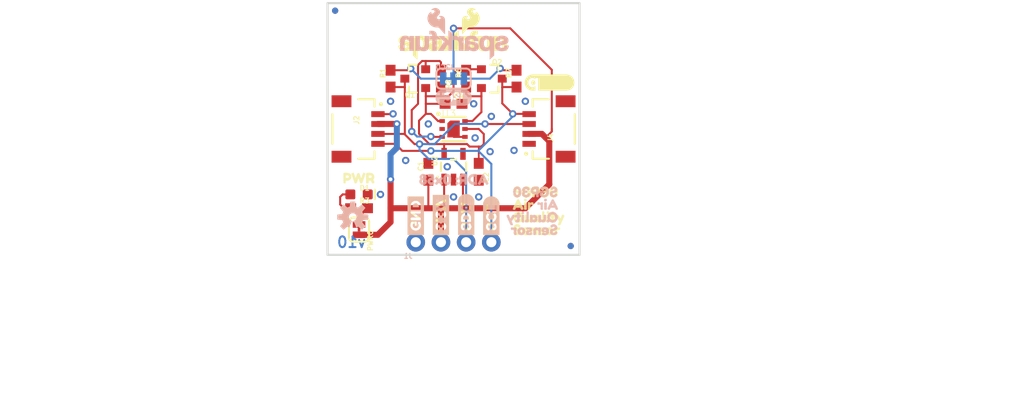
<source format=kicad_pcb>
(kicad_pcb (version 20211014) (generator pcbnew)
  (layers (0 "F.Cu" signal) (31 "B.Cu" signal) (34 "B.Paste" user) (35 "F.Paste" user) (36 "B.SilkS" user "B.Silkscreen") (37 "F.SilkS" user "F.Silkscreen") (38 "B.Mask" user) (39 "F.Mask" user) (44 "Edge.Cuts" user))
  (net 0 "")
  (net 1 "3.3V")
  (net 2 "GND")
  (net 3 "SCL")
  (net 4 "SDA")
  (net 5 "N$3")
  (net 6 "1.8V")
  (net 7 "LSDA")
  (net 8 "LSCL")
  (net 9 "N$1")
  (net 10 "N$2")
  (net 11 "N$4")
  (footprint "boardEagle:0603" (layer "F.Cu") (at 148.5011 102.4636)
    (fp_text reference "C4" (at 0 -0.762) (layer "F.SilkS") (effects (font (size 0.512064 0.512064) (thickness 0.097536)) (justify left)))
    (fp_text value "0.1uF")
    (pad "1" smd rect (at -0.85 0) (size 1.1 1) (layers "F.Cu" "F.Paste" "F.Mask") (net 6 "1.8V"))
    (pad "2" smd rect (at 0.85 0) (size 1.1 1) (layers "F.Cu" "F.Paste" "F.Mask") (net 2 "GND"))
  )
  (footprint "boardEagle:SOT23-3" (layer "F.Cu") (at 152.3111 99.9236 -90)
    (fp_text reference "Q2" (at -1.651 0) (layer "F.SilkS") (effects (font (size 0.512064 0.512064) (thickness 0.097536)) (justify left)))
    (fp_text value "220mA/50V/3.5Ω")
    (pad "1" smd rect (at -0.95 1 270) (size 0.8 0.9) (layers "F.Cu" "F.Paste" "F.Mask") (net 6 "1.8V"))
    (pad "2" smd rect (at 0.95 1 270) (size 0.8 0.9) (layers "F.Cu" "F.Paste" "F.Mask") (net 8 "LSCL"))
    (pad "3" smd rect (at 0 -1.1 270) (size 0.8 0.9) (layers "F.Cu" "F.Paste" "F.Mask") (net 3 "SCL"))
  )
  (footprint "boardEagle:0603" (layer "F.Cu") (at 151.0411 109.3216 -90)
    (fp_text reference "C2" (at 0 -0.762 90) (layer "F.SilkS") (effects (font (size 0.512064 0.512064) (thickness 0.097536)) (justify right)))
    (fp_text value "1.0uF")
    (pad "1" smd rect (at -0.85 0 270) (size 1.1 1) (layers "F.Cu" "F.Paste" "F.Mask") (net 6 "1.8V"))
    (pad "2" smd rect (at 0.85 0 270) (size 1.1 1) (layers "F.Cu" "F.Paste" "F.Mask") (net 2 "GND"))
  )
  (footprint "boardEagle:3#3V2" (layer "F.Cu") (at 147.2311 116.1796 90)
    (fp_text reference "U$21" hide)
    (fp_text value "" hide)
  )
  (footprint "boardEagle:MICRO-FIDUCIAL" (layer "F.Cu") (at 160.3121 116.8146)
    (fp_text reference "JP2" hide)
    (fp_text value "FIDUCIALUFIDUCIAL" hide)
    (pad "1" smd roundrect (at 0 0) (size 0.635 0.635) (layers "F.Cu" "F.Mask") (roundrect_rratio 0.5))
  )
  (footprint "boardEagle:SENSOR3" (layer "F.Cu") (at 153.5811 115.1636)
    (fp_text reference "U$7" hide)
    (fp_text value "" hide)
  )
  (footprint "boardEagle:0603" (layer "F.Cu") (at 142.1511 99.9236 90)
    (fp_text reference "R1" (at 0 -0.762 90) (layer "F.SilkS") (effects (font (size 0.512064 0.512064) (thickness 0.097536)) (justify left)))
    (fp_text value "10k")
    (pad "1" smd rect (at -0.85 0 90) (size 1.1 1) (layers "F.Cu" "F.Paste" "F.Mask") (net 4 "SDA"))
    (pad "2" smd rect (at 0.85 0 90) (size 1.1 1) (layers "F.Cu" "F.Paste" "F.Mask") (net 10 "N$2"))
  )
  (footprint "boardEagle:JST04_1MM_RA" (layer "F.Cu") (at 140.8811 105.0036 -90)
    (fp_text reference "J2" (at -1.397 2.159 90) (layer "F.SilkS") (effects (font (size 0.512064 0.512064) (thickness 0.097536)) (justify right)))
    (fp_text value "QWIIC_RIGHT_ANGLE")
    (pad "1" smd rect (at -1.5 0 270) (size 0.6 1.35) (layers "F.Cu" "F.Paste" "F.Mask") (net 2 "GND"))
    (pad "2" smd rect (at -0.5 0 270) (size 0.6 1.35) (layers "F.Cu" "F.Paste" "F.Mask") (net 1 "3.3V"))
    (pad "3" smd rect (at 0.5 0 270) (size 0.6 1.35) (layers "F.Cu" "F.Paste" "F.Mask") (net 4 "SDA"))
    (pad "4" smd rect (at 1.5 0 270) (size 0.6 1.35) (layers "F.Cu" "F.Paste" "F.Mask") (net 3 "SCL"))
    (pad "NC1" smd rect (at 2.8 3.675 270) (size 1.2 2) (layers "F.Cu" "F.Paste" "F.Mask"))
    (pad "NC2" smd rect (at -2.8 3.675 270) (size 1.2 2) (layers "F.Cu" "F.Paste" "F.Mask"))
  )
  (footprint "boardEagle:MICRO-FIDUCIAL" (layer "F.Cu") (at 136.5631 93.0656)
    (fp_text reference "JP6" hide)
    (fp_text value "FIDUCIALUFIDUCIAL" hide)
    (pad "1" smd roundrect (at 0 0) (size 0.635 0.635) (layers "F.Cu" "F.Mask") (roundrect_rratio 0.5))
  )
  (footprint "boardEagle:STAND-OFF" (layer "F.Cu") (at 158.6611 94.8436)
    (fp_text reference "JP4" hide)
    (fp_text value "STAND-OFF" hide)
    (pad "" np_thru_hole circle (at 0 0) (size 3.302 3.302) (drill 3.302) (layers *.Cu *.Mask))
  )
  (footprint "boardEagle:0603" (layer "F.Cu") (at 149.7711 99.9236 90)
    (fp_text reference "R6" (at 0 -0.762 90) (layer "F.SilkS") (effects (font (size 0.512064 0.512064) (thickness 0.097536)) (justify left)))
    (fp_text value "10k")
    (pad "1" smd rect (at -0.85 0 90) (size 1.1 1) (layers "F.Cu" "F.Paste" "F.Mask") (net 8 "LSCL"))
    (pad "2" smd rect (at 0.85 0 90) (size 1.1 1) (layers "F.Cu" "F.Paste" "F.Mask") (net 6 "1.8V"))
  )
  (footprint "boardEagle:QUALITY2" (layer "F.Cu") (at 153.5811 113.8936)
    (fp_text reference "U$2" hide)
    (fp_text value "" hide)
  )
  (footprint "boardEagle:CREATIVE_COMMONS" (layer "F.Cu") (at 123.1011 130.4036)
    (fp_text reference "FRAME1" hide)
    (fp_text value "FRAME-LETTER" hide)
  )
  (footprint "boardEagle:0603" (layer "F.Cu") (at 147.2311 99.9236 -90)
    (fp_text reference "R2" (at 0 -0.762 90) (layer "F.SilkS") (effects (font (size 0.512064 0.512064) (thickness 0.097536)) (justify right)))
    (fp_text value "10k")
    (pad "1" smd rect (at -0.85 0 270) (size 1.1 1) (layers "F.Cu" "F.Paste" "F.Mask") (net 7 "LSDA"))
    (pad "2" smd rect (at 0.85 0 270) (size 1.1 1) (layers "F.Cu" "F.Paste" "F.Mask") (net 6 "1.8V"))
  )
  (footprint "boardEagle:SCL9" (layer "F.Cu") (at 152.3111 116.1796 90)
    (fp_text reference "U$26" hide)
    (fp_text value "" hide)
  )
  (footprint "boardEagle:0603" (layer "F.Cu") (at 145.9611 109.3216 90)
    (fp_text reference "C1" (at 0 -0.762 90) (layer "F.SilkS") (effects (font (size 0.512064 0.512064) (thickness 0.097536)) (justify left)))
    (fp_text value "1.0uF")
    (pad "1" smd rect (at -0.85 0 90) (size 1.1 1) (layers "F.Cu" "F.Paste" "F.Mask") (net 1 "3.3V"))
    (pad "2" smd rect (at 0.85 0 90) (size 1.1 1) (layers "F.Cu" "F.Paste" "F.Mask") (net 2 "GND"))
  )
  (footprint "boardEagle:REVISION" (layer "F.Cu") (at 134.5311 132.9436)
    (fp_text reference "LOGO2" hide)
    (fp_text value "REVISION" hide)
  )
  (footprint "boardEagle:0603" (layer "F.Cu") (at 138.9761 113.0046)
    (fp_text reference "R3" (at 0 -0.762) (layer "F.SilkS") (effects (font (size 0.512064 0.512064) (thickness 0.097536)) (justify left)))
    (fp_text value "1k")
    (pad "1" smd rect (at -0.85 0) (size 1.1 1) (layers "F.Cu" "F.Paste" "F.Mask") (net 5 "N$3"))
    (pad "2" smd rect (at 0.85 0) (size 1.1 1) (layers "F.Cu" "F.Paste" "F.Mask") (net 9 "N$1"))
  )
  (footprint "boardEagle:SGP300" (layer "F.Cu") (at 153.5811 111.3536)
    (fp_text reference "U$8" hide)
    (fp_text value "" hide)
  )
  (footprint "boardEagle:STAND-OFF" (layer "F.Cu") (at 138.3411 94.8436)
    (fp_text reference "JP3" hide)
    (fp_text value "STAND-OFF" hide)
    (pad "" np_thru_hole circle (at 0 0) (size 3.302 3.302) (drill 3.302) (layers *.Cu *.Mask))
  )
  (footprint "boardEagle:GND1" (layer "F.Cu") (at 144.6911 116.1796 90)
    (fp_text reference "U$22" hide)
    (fp_text value "" hide)
  )
  (footprint "boardEagle:SMT-JUMPER_2_NC_TRACE_SILK" (layer "F.Cu") (at 138.9761 115.1636 -90)
    (fp_text reference "PWR0" (at 0 -1.143 90) (layer "F.SilkS") (effects (font (size 0.512064 0.512064) (thickness 0.097536)) (justify right)))
    (fp_text value "JUMPER-SMT_2_NC_TRACE_SILK")
    (fp_poly (pts (xy 0.1905 0.13335) (xy -0.70485 0.13335) (xy -0.70485 -0.13335) (xy 0.1905 -0.13335)) (layer "F.Cu") (width 0) (fill solid))
    (pad "1" smd rect (at -0.5207 0 270) (size 0.6604 1.27) (layers "F.Cu" "F.Mask") (net 9 "N$1"))
    (pad "2" smd rect (at 0.5207 0 270) (size 0.6604 1.27) (layers "F.Cu" "F.Mask") (net 1 "3.3V"))
  )
  (footprint "boardEagle:JST04_1MM_RA" (layer "F.Cu") (at 156.1211 105.0036 90)
    (fp_text reference "J4" (at -1.397 2.159 90) (layer "F.SilkS") (effects (font (size 0.512064 0.512064) (thickness 0.097536)) (justify left)))
    (fp_text value "QWIIC_RIGHT_ANGLE")
    (pad "1" smd rect (at -1.5 0 90) (size 0.6 1.35) (layers "F.Cu" "F.Paste" "F.Mask") (net 2 "GND"))
    (pad "2" smd rect (at -0.5 0 90) (size 0.6 1.35) (layers "F.Cu" "F.Paste" "F.Mask") (net 1 "3.3V"))
    (pad "3" smd rect (at 0.5 0 90) (size 0.6 1.35) (layers "F.Cu" "F.Paste" "F.Mask") (net 4 "SDA"))
    (pad "4" smd rect (at 1.5 0 90) (size 0.6 1.35) (layers "F.Cu" "F.Paste" "F.Mask") (net 3 "SCL"))
    (pad "NC1" smd rect (at 2.8 3.675 90) (size 1.2 2) (layers "F.Cu" "F.Paste" "F.Mask"))
    (pad "NC2" smd rect (at -2.8 3.675 90) (size 1.2 2) (layers "F.Cu" "F.Paste" "F.Mask"))
  )
  (footprint "boardEagle:SOT23-5" (layer "F.Cu") (at 148.5011 108.8136)
    (fp_text reference "U2" (at -1.905 0 90) (layer "F.SilkS") (effects (font (size 0.512064 0.512064) (thickness 0.097536)) (justify left)))
    (fp_text value "AP2127K-1.8V")
    (pad "1" smd rect (at -0.95 1.3001) (size 0.55 1.2) (layers "F.Cu" "F.Paste" "F.Mask") (net 1 "3.3V"))
    (pad "2" smd rect (at 0 1.3001) (size 0.55 1.2) (layers "F.Cu" "F.Paste" "F.Mask") (net 2 "GND"))
    (pad "3" smd rect (at 0.95 1.3001) (size 0.55 1.2) (layers "F.Cu" "F.Paste" "F.Mask") (net 1 "3.3V"))
    (pad "4" smd rect (at 0.95 -1.3001) (size 0.55 1.2) (layers "F.Cu" "F.Paste" "F.Mask"))
    (pad "5" smd rect (at -0.95 -1.3001) (size 0.55 1.2) (layers "F.Cu" "F.Paste" "F.Mask") (net 6 "1.8V"))
  )
  (footprint "boardEagle:0603" (layer "F.Cu") (at 154.8511 99.9236 90)
    (fp_text reference "R7" (at 0 -0.762 90) (layer "F.SilkS") (effects (font (size 0.512064 0.512064) (thickness 0.097536)) (justify left)))
    (fp_text value "10k")
    (pad "1" smd rect (at -0.85 0 90) (size 1.1 1) (layers "F.Cu" "F.Paste" "F.Mask") (net 3 "SCL"))
    (pad "2" smd rect (at 0.85 0 90) (size 1.1 1) (layers "F.Cu" "F.Paste" "F.Mask") (net 11 "N$4"))
  )
  (footprint "boardEagle:SDA8" (layer "F.Cu") (at 149.7711 116.1796 90)
    (fp_text reference "U$27" hide)
    (fp_text value "" hide)
  )
  (footprint "boardEagle:SFE_LOGO_NAME_FLAME_.1" (layer "F.Cu") (at 148.5011 96.4946)
    (fp_text reference "LOGO3" hide)
    (fp_text value "SFE_LOGO_NAME_FLAME.1_INCH" hide)
  )
  (footprint "boardEagle:SOT23-3" (layer "F.Cu") (at 144.6911 99.9236 90)
    (fp_text reference "Q1" (at -1.651 0) (layer "F.SilkS") (effects (font (size 0.512064 0.512064) (thickness 0.097536)) (justify right)))
    (fp_text value "220mA/50V/3.5Ω")
    (pad "1" smd rect (at -0.95 1 90) (size 0.8 0.9) (layers "F.Cu" "F.Paste" "F.Mask") (net 6 "1.8V"))
    (pad "2" smd rect (at 0.95 1 90) (size 0.8 0.9) (layers "F.Cu" "F.Paste" "F.Mask") (net 7 "LSDA"))
    (pad "3" smd rect (at 0 -1.1 90) (size 0.8 0.9) (layers "F.Cu" "F.Paste" "F.Mask") (net 4 "SDA"))
  )
  (footprint "boardEagle:QWIIC_5MM" (layer "F.Cu") (at 158.1531 100.3046)
    (fp_text reference "U$16" hide)
    (fp_text value "" hide)
  )
  (footprint "boardEagle:LED-0603" (layer "F.Cu") (at 138.9761 111.6076)
    (fp_text reference "D1" (at 0 -0.635) (layer "F.SilkS") (effects (font (size 0.512064 0.512064) (thickness 0.097536)) (justify left)))
    (fp_text value "RED")
    (pad "A" smd roundrect (at -0.877 0 270) (size 1 1) (layers "F.Cu" "F.Paste" "F.Mask") (roundrect_rratio 0.15) (net 5 "N$3"))
    (pad "C" smd roundrect (at 0.877 0 270) (size 1 1) (layers "F.Cu" "F.Paste" "F.Mask") (roundrect_rratio 0.15) (net 2 "GND"))
  )
  (footprint "boardEagle:PWR_TO" (layer "F.Cu") (at 136.4361 109.9566)
    (fp_text reference "U$17" hide)
    (fp_text value "" hide)
  )
  (footprint "boardEagle:SGP30" (layer "F.Cu") (at 148.5011 105.0036)
    (fp_text reference "U3" (at -1.27 -1.524) (layer "F.SilkS") (effects (font (size 0.752978 0.752978) (thickness 0.059822)) (justify left)))
    (fp_text value "SGP30")
    (fp_poly (pts (xy 0.62505 0.85005) (xy -0.62505 0.85005) (xy -0.62505 -0.575021) (xy -0.350021 -0.85005) (xy 0.62505 -0.85005)) (layer "F.Cu") (width 0) (fill solid))
    (pad "1" smd rect (at -1.15 -0.8) (size 0.55 0.4) (layers "F.Cu" "F.Mask") (net 6 "1.8V"))
    (pad "2" smd rect (at -1.15 0) (size 0.55 0.4) (layers "F.Cu" "F.Mask") (net 2 "GND"))
    (pad "3" smd rect (at -1.15 0.8) (size 0.55 0.4) (layers "F.Cu" "F.Mask") (net 7 "LSDA"))
    (pad "4" smd rect (at 1.15 0.8) (size 0.55 0.4) (layers "F.Cu" "F.Mask") (net 2 "GND"))
    (pad "5" smd rect (at 1.15 0) (size 0.55 0.4) (layers "F.Cu" "F.Mask") (net 6 "1.8V"))
    (pad "6" smd rect (at 1.15 -0.8) (size 0.55 0.4) (layers "F.Cu" "F.Mask") (net 8 "LSCL"))
    (pad "DIEPAD" smd rect (at 0 0 90) (size 0.6096 0.3048) (layers "F.Cu") (net 2 "GND"))
  )
  (footprint "boardEagle:_AIR1" (layer "F.Cu") (at 153.2001 112.6236)
    (fp_text reference "U$1" hide)
    (fp_text value "" hide)
  )
  (footprint "boardEagle:SDA8" (layer "B.Cu") (at 149.7711 116.1796 90)
    (fp_text reference "U$5" hide)
    (fp_text value "" hide)
  )
  (footprint "boardEagle:_AIR1" (layer "B.Cu") (at 160.3121 112.6236 180)
    (fp_text reference "U$11" hide)
    (fp_text value "" hide)
  )
  (footprint "boardEagle:I2C" (layer "B.Cu") (at 150.4061 101.8286 180)
    (fp_text reference "U$15" hide)
    (fp_text value "" hide)
  )
  (footprint "boardEagle:MICRO-FIDUCIAL" (layer "B.Cu") (at 160.3121 116.8146 180)
    (fp_text reference "JP5" hide)
    (fp_text value "FIDUCIALUFIDUCIAL" hide)
    (pad "1" smd roundrect (at 0 0 180) (size 0.635 0.635) (layers "B.Cu" "B.Mask") (roundrect_rratio 0.5))
  )
  (footprint "boardEagle:SENSOR3" (layer "B.Cu") (at 159.9311 115.1636 180)
    (fp_text reference "U$13" hide)
    (fp_text value "" hide)
  )
  (footprint "boardEagle:SMT-JUMPER_3_2-NC_TRACE_SILK" (layer "B.Cu") (at 148.5011 99.9236 180)
    (fp_text reference "I2C0" (at 0 1.143) (layer "B.SilkS") (effects (font (size 0.512064 0.512064) (thickness 0.097536)) (justify left mirror)))
    (fp_text value "JUMPER-SMT_3_2-NC_TRACE_SILK")
    (fp_poly (pts (xy 0.7112 -0.13335) (xy -0.7112 -0.13335) (xy -0.7112 0.13335) (xy 0.7112 0.13335)) (layer "B.Cu") (width 0) (fill solid))
    (pad "1" smd rect (at -1.0414 0 180) (size 0.6604 1.27) (layers "B.Cu" "B.Mask") (net 11 "N$4"))
    (pad "2" smd rect (at 0 0 180) (size 0.6604 1.27) (layers "B.Cu" "B.Mask") (net 1 "3.3V"))
    (pad "3" smd rect (at 1.0414 0 180) (size 0.6604 1.27) (layers "B.Cu" "B.Mask") (net 10 "N$2"))
  )
  (footprint "boardEagle:SGP300" (layer "B.Cu") (at 159.9311 111.3536 180)
    (fp_text reference "U$9" hide)
    (fp_text value "" hide)
  )
  (footprint "boardEagle:1X04_NO_SILK" (layer "B.Cu") (at 144.6911 116.4336)
    (fp_text reference "J1" (at -1.27 1.397) (layer "B.SilkS") (effects (font (size 0.512064 0.512064) (thickness 0.097536)) (justify right mirror)))
    (fp_text value "")
    (pad "1" thru_hole circle (at 0 0 270) (size 1.8796 1.8796) (drill 1.016) (layers *.Cu *.Mask) (net 2 "GND"))
    (pad "2" thru_hole circle (at 2.54 0 270) (size 1.8796 1.8796) (drill 1.016) (layers *.Cu *.Mask) (net 1 "3.3V"))
    (pad "3" thru_hole circle (at 5.08 0 270) (size 1.8796 1.8796) (drill 1.016) (layers *.Cu *.Mask) (net 4 "SDA"))
    (pad "4" thru_hole circle (at 7.62 0 270) (size 1.8796 1.8796) (drill 1.016) (layers *.Cu *.Mask) (net 3 "SCL"))
  )
  (footprint "boardEagle:ADR#_0X580" (layer "B.Cu") (at 152.9461 110.0836 180)
    (fp_text reference "U$14" hide)
    (fp_text value "" hide)
  )
  (footprint "boardEagle:OSHW-LOGO-S" (layer "B.Cu") (at 138.3411 113.8936 180)
    (fp_text reference "LOGO5" hide)
    (fp_text value "OSHW-LOGOS" hide)
  )
  (footprint "boardEagle:SCL9" (layer "B.Cu") (at 152.3111 116.1796 90)
    (fp_text reference "U$6" hide)
    (fp_text value "" hide)
  )
  (footprint "boardEagle:SFE_LOGO_NAME_FLAME_.1" (layer "B.Cu") (at 148.5011 96.4946 180)
    (fp_text reference "LOGO4" hide)
    (fp_text value "SFE_LOGO_NAME_FLAME.1_INCH" hide)
  )
  (footprint "boardEagle:QUALITY2" (layer "B.Cu") (at 159.9311 113.8936 180)
    (fp_text reference "U$12" hide)
    (fp_text value "" hide)
  )
  (footprint "boardEagle:3#3V2" (layer "B.Cu") (at 147.2311 116.1796 90)
    (fp_text reference "U$4" hide)
    (fp_text value "" hide)
  )
  (footprint "boardEagle:GND1" (layer "B.Cu") (at 144.6911 116.1796 90)
    (fp_text reference "U$3" hide)
    (fp_text value "" hide)
  )
  (footprint "boardEagle:MICRO-FIDUCIAL" (layer "B.Cu") (at 136.5631 93.0656 180)
    (fp_text reference "JP1" hide)
    (fp_text value "FIDUCIALUFIDUCIAL" hide)
    (pad "1" smd roundrect (at 0 0 180) (size 0.635 0.635) (layers "B.Cu" "B.Mask") (roundrect_rratio 0.5))
  )
  (gr_line (start 135.8011 92.3036) (end 161.2011 92.3036) (layer "Edge.Cuts") (width 0.2032))
  (gr_line (start 135.8011 117.7036) (end 135.8011 92.3036) (layer "Edge.Cuts") (width 0.2032))
  (gr_line (start 161.2011 92.3036) (end 161.2011 117.7036) (layer "Edge.Cuts") (width 0.2032))
  (gr_line (start 161.2011 117.7036) (end 135.8011 117.7036) (layer "Edge.Cuts") (width 0.2032))
  (gr_text "v10" (at 138.2141 116.4336) (layer "B.Cu") (effects (font (size 1.0795 1.0795) (thickness 0.1905)) (justify mirror)))
  (segment (start 156.12835 105.49635) (end 156.1211 105.5036) (width 0.6096) (layer "F.Cu") (net 1))
  (segment (start 149.4511 110.1137) (end 149.4511 112.9436) (width 0.2032) (layer "F.Cu") (net 1))
  (segment (start 140.8684 115.6843) (end 138.9761 115.6843) (width 0.6096) (layer "F.Cu") (net 1))
  (segment (start 149.3901 113.0046) (end 147.4851 113.0046) (width 0.6096) (layer "F.Cu") (net 1))
  (segment (start 147.5511 110.1137) (end 147.5511 112.9386) (width 0.2032) (layer "F.Cu") (net 1))
  (segment (start 147.5511 112.9386) (end 147.4851 113.0046) (width 0.2032) (layer "F.Cu") (net 1))
  (segment (start 140.8891 104.4956) (end 142.7861 104.4956) (width 0.6096) (layer "F.Cu") (net 1))
  (segment (start 158.4071 99.0346) (end 158.4071 105.0036) (width 0.2032) (layer "F.Cu") (net 1))
  (segment (start 149.4511 112.9436) (end 149.3901 113.0046) (width 0.2032) (layer "F.Cu") (net 1))
  (segment (start 145.9611 113.0046) (end 142.1511 113.0046) (width 0.6096) (layer "F.Cu") (net 1))
  (segment (start 142.1511 113.0046) (end 142.1511 114.4016) (width 0.6096) (layer "F.Cu") (net 1))
  (segment (start 140.8811 104.5036) (end 140.8891 104.4956) (width 0.2032) (layer "F.Cu") (net 1))
  (segment (start 157.40635 105.49635) (end 156.12835 105.49635) (width 0.6096) (layer "F.Cu") (net 1))
  (segment (start 147.2311 116.4336) (end 147.2311 113.0046) (width 0.6096) (layer "F.Cu") (net 1))
  (segment (start 158.4071 105.0036) (end 158.4071 105.1306) (width 0.2032) (layer "F.Cu") (net 1))
  (segment (start 155.7401 113.0046) (end 149.3901 113.0046) (width 0.6096) (layer "F.Cu") (net 1))
  (segment (start 158.1531 110.5916) (end 158.1531 106.2431) (width 0.6096) (layer "F.Cu") (net 1))
  (segment (start 145.9611 110.1716) (end 145.9611 113.0046) (width 0.2032) (layer "F.Cu") (net 1))
  (segment (start 147.2311 113.0046) (end 145.9611 113.0046) (width 0.6096) (layer "F.Cu") (net 1))
  (segment (start 142.1511 114.4016) (end 140.8684 115.6843) (width 0.6096) (layer "F.Cu") (net 1))
  (segment (start 158.1531 106.2431) (end 157.78735 105.87735) (width 0.6096) (layer "F.Cu") (net 1))
  (segment (start 158.4071 105.1306) (end 158.4071 105.2576) (width 0.2032) (layer "F.Cu") (net 1))
  (segment (start 147.4851 113.0046) (end 147.2311 113.0046) (width 0.6096) (layer "F.Cu") (net 1))
  (segment (start 157.78735 105.87735) (end 157.40635 105.49635) (width 0.6096) (layer "F.Cu") (net 1))
  (segment (start 154.2161 94.8436) (end 148.5011 94.8436) (width 0.2032) (layer "F.Cu") (net 1))
  (segment (start 158.4071 99.0346) (end 154.2161 94.8436) (width 0.2032) (layer "F.Cu") (net 1))
  (segment (start 158.4071 105.2576) (end 157.78735 105.87735) (width 0.2032) (layer "F.Cu") (net 1))
  (segment (start 155.7401 113.0046) (end 158.1531 110.5916) (width 0.6096) (layer "F.Cu") (net 1))
  (segment (start 142.1511 110.0836) (end 142.1511 113.0046) (width 0.6096) (layer "F.Cu") (net 1))
  (segment (start 155.9941 105.5036) (end 156.1211 105.5036) (width 0.2032) (layer "F.Cu") (net 1))
  (via (at 142.1511 110.0836) (size 0.7366) (drill 0.381) (layers "F.Cu" "B.Cu") (net 1))
  (via (at 148.5011 94.8436) (size 0.7366) (drill 0.381) (layers "F.Cu" "B.Cu") (net 1))
  (via (at 142.7861 104.4956) (size 0.7366) (drill 0.381) (layers "F.Cu" "B.Cu") (net 1))
  (segment (start 142.7861 104.4956) (end 142.7861 106.9086) (width 0.6096) (layer "B.Cu") (net 1))
  (segment (start 148.5011 94.8436) (end 148.5011 99.9236) (width 0.2032) (layer "B.Cu") (net 1))
  (segment (start 142.1511 107.5436) (end 142.1511 110.0836) (width 0.6096) (layer "B.Cu") (net 1))
  (segment (start 142.7861 106.9086) (end 142.1511 107.5436) (width 0.6096) (layer "B.Cu") (net 1))
  (segment (start 142.3811 103.5036) (end 142.4051 103.4796) (width 0.2032) (layer "F.Cu") (net 2))
  (segment (start 148.5391 105.8036) (end 148.5011 105.7656) (width 0.2032) (layer "F.Cu") (net 2))
  (segment (start 148.5011 105.7656) (end 148.5011 105.0036) (width 0.2032) (layer "F.Cu") (net 2))
  (segment (start 140.8811 103.5036) (end 142.3811 103.5036) (width 0.2032) (layer "F.Cu") (net 2))
  (segment (start 148.5011 110.1137) (end 148.5011 109.8296) (width 0.2032) (layer "F.Cu") (net 2))
  (segment (start 154.6211 107.1386) (end 154.5971 107.1626) (width 0.2032) (layer "F.Cu") (net 2))
  (segment (start 149.6511 105.8036) (end 148.5391 105.8036) (width 0.2032) (layer "F.Cu") (net 2))
  (via (at 152.1841 107.2896) (size 0.7366) (drill 0.381) (layers "F.Cu" "B.Cu") (net 2))
  (via (at 147.8661 108.8136) (size 0.7366) (drill 0.381) (layers "F.Cu" "B.Cu") (net 2))
  (via (at 150.5331 102.4636) (size 0.7366) (drill 0.381) (layers "F.Cu" "B.Cu") (net 2))
  (via (at 150.6728 105.9053) (size 0.7366) (drill 0.381) (layers "F.Cu" "B.Cu") (net 2))
  (via (at 142.4051 103.4796) (size 0.7366) (drill 0.381) (layers "F.Cu" "B.Cu") (net 2))
  (via (at 151.0411 111.8616) (size 0.7366) (drill 0.381) (layers "F.Cu" "B.Cu") (net 2))
  (via (at 154.5971 107.1626) (size 0.7366) (drill 0.381) (layers "F.Cu" "B.Cu") (net 2))
  (via (at 143.6751 108.1786) (size 0.7366) (drill 0.381) (layers "F.Cu" "B.Cu") (net 2))
  (via (at 145.9611 104.4956) (size 0.7366) (drill 0.381) (layers "F.Cu" "B.Cu") (net 2))
  (via (at 155.7401 102.2096) (size 0.7366) (drill 0.381) (layers "F.Cu" "B.Cu") (net 2))
  (via (at 152.3111 103.7336) (size 0.7366) (drill 0.381) (layers "F.Cu" "B.Cu") (net 2))
  (via (at 148.5011 111.8616) (size 0.7366) (drill 0.381) (layers "F.Cu" "B.Cu") (net 2))
  (via (at 142.1511 102.2096) (size 0.7366) (drill 0.381) (layers "F.Cu" "B.Cu") (net 2))
  (via (at 141.1351 111.6076) (size 0.7366) (drill 0.381) (layers "F.Cu" "B.Cu") (net 2))
  (segment (start 153.4111 100.8126) (end 153.4111 102.4206) (width 0.2032) (layer "F.Cu") (net 3))
  (segment (start 153.4111 102.4206) (end 154.4701 103.4796) (width 0.2032) (layer "F.Cu") (net 3))
  (segment (start 143.3449 107.2134) (end 142.6351 106.5036) (width 0.2032) (layer "F.Cu") (net 3))
  (segment (start 156.0971 103.4796) (end 156.1211 103.5036) (width 0.2032) (layer "F.Cu") (net 3))
  (segment (start 146.2151 107.2134) (end 143.3449 107.2134) (width 0.2032) (layer "F.Cu") (net 3))
  (segment (start 154.4701 103.4796) (end 156.0971 103.4796) (width 0.2032) (layer "F.Cu") (net 3))
  (segment (start 142.6351 106.5036) (end 140.8811 106.5036) (width 0.2032) (layer "F.Cu") (net 3))
  (segment (start 154.8511 100.7736) (end 153.4501 100.7736) (width 0.2032) (layer "F.Cu") (net 3))
  (segment (start 153.4501 100.7736) (end 153.4111 100.8126) (width 0.2032) (layer "F.Cu") (net 3))
  (segment (start 153.4111 99.9236) (end 153.4111 100.8126) (width 0.2032) (layer "F.Cu") (net 3))
  (via (at 146.2151 107.2134) (size 0.7366) (drill 0.381) (layers "F.Cu" "B.Cu") (net 3))
  (via (at 154.4701 103.4796) (size 0.7366) (drill 0.381) (layers "F.Cu" "B.Cu") (net 3))
  (segment (start 150.9903 107.2134) (end 146.2151 107.2134) (width 0.2032) (layer "B.Cu") (net 3))
  (segment (start 154.4701 103.4796) (end 154.4701 103.7336) (width 0.2032) (layer "B.Cu") (net 3))
  (segment (start 154.4701 103.7336) (end 150.9903 107.2134) (width 0.2032) (layer "B.Cu") (net 3))
  (segment (start 152.3111 108.5342) (end 152.3111 116.4336) (width 0.2032) (layer "B.Cu") (net 3))
  (segment (start 150.9903 107.2134) (end 152.3111 108.5342) (width 0.2032) (layer "B.Cu") (net 3))
  (segment (start 142.1511 100.7736) (end 143.5521 100.7736) (width 0.2032) (layer "F.Cu") (net 4))
  (segment (start 156.1211 104.5036) (end 151.6841 104.5036) (width 0.2032) (layer "F.Cu") (net 4))
  (segment (start 145.0721 106.5276) (end 144.5641 106.5276) (width 0.2032) (layer "F.Cu") (net 4))
  (segment (start 143.5911 105.5036) (end 143.5401 105.5036) (width 0.2032) (layer "F.Cu") (net 4))
  (segment (start 151.6841 104.5036) (end 151.6761 104.4956) (width 0.2032) (layer "F.Cu") (net 4))
  (segment (start 143.5521 100.7736) (end 143.5911 100.8126) (width 0.2032) (layer "F.Cu") (net 4))
  (segment (start 143.5911 105.5036) (end 143.5911 100.8126) (width 0.2032) (layer "F.Cu") (net 4))
  (segment (start 144.5641 106.5276) (end 143.5401 105.5036) (width 0.2032) (layer "F.Cu") (net 4))
  (segment (start 143.5401 105.5036) (end 140.8811 105.5036) (width 0.2032) (layer "F.Cu") (net 4))
  (segment (start 143.5911 100.8126) (end 143.5911 99.9236) (width 0.2032) (layer "F.Cu") (net 4))
  (via (at 151.6761 104.4956) (size 0.7366) (drill 0.381) (layers "F.Cu" "B.Cu") (net 4))
  (via (at 145.0721 106.5276) (size 0.7366) (drill 0.381) (layers "F.Cu" "B.Cu") (net 4))
  (segment (start 149.7711 109.293332) (end 148.50434 108.026572) (width 0.2032) (layer "B.Cu") (net 4))
  (segment (start 145.0721 107.112544) (end 145.986128 108.026572) (width 0.2032) (layer "B.Cu") (net 4))
  (segment (start 149.7711 116.4336) (end 149.7711 109.293332) (width 0.2032) (layer "B.Cu") (net 4))
  (segment (start 148.6281 104.4956) (end 146.5961 106.5276) (width 0.2032) (layer "B.Cu") (net 4))
  (segment (start 145.0721 107.112544) (end 145.0721 106.5276) (width 0.2032) (layer "B.Cu") (net 4))
  (segment (start 151.6761 104.4956) (end 148.6281 104.4956) (width 0.2032) (layer "B.Cu") (net 4))
  (segment (start 146.5961 106.5276) (end 145.0721 106.5276) (width 0.2032) (layer "B.Cu") (net 4))
  (segment (start 145.986128 108.026572) (end 148.50434 108.026572) (width 0.2032) (layer "B.Cu") (net 4))
  (segment (start 137.4521 113.0046) (end 137.0711 112.6236) (width 0.2032) (layer "F.Cu") (net 5))
  (segment (start 137.0711 111.8616) (end 137.3251 111.6076) (width 0.2032) (layer "F.Cu") (net 5))
  (segment (start 137.3251 111.6076) (end 138.0991 111.6076) (width 0.2032) (layer "F.Cu") (net 5))
  (segment (start 138.1261 113.0046) (end 137.4521 113.0046) (width 0.2032) (layer "F.Cu") (net 5))
  (segment (start 137.0711 112.6236) (end 137.0711 111.8616) (width 0.2032) (layer "F.Cu") (net 5))
  (segment (start 145.7071 103.4796) (end 145.7071 102.4636) (width 0.2032) (layer "F.Cu") (net 6))
  (segment (start 145.7071 100.8896) (end 145.6911 100.8736) (width 0.2032) (layer "F.Cu") (net 6))
  (segment (start 147.6511 102.4636) (end 145.7071 102.4636) (width 0.2032) (layer "F.Cu") (net 6))
  (segment (start 148.5011 101.1936) (end 148.5011 99.4156) (width 0.2032) (layer "F.Cu") (net 6))
  (segment (start 147.5511 106.5276) (end 146.059831 106.5276) (width 0.2032) (layer "F.Cu") (net 6))
  (segment (start 148.8431 99.0736) (end 149.7711 99.0736) (width 0.2032) (layer "F.Cu") (net 6))
  (segment (start 146.9391 104.2036) (end 146.2151 103.4796) (width 0.2032) (layer "F.Cu") (net 6))
  (segment (start 147.5511 107.5135) (end 147.5511 106.5276) (width 0.2032) (layer "F.Cu") (net 6))
  (segment (start 145.0213 105.489069) (end 145.0213 104.1654) (width 0.2032) (layer "F.Cu") (net 6))
  (segment (start 147.2311 101.7016) (end 145.7071 101.7016) (width 0.2032) (layer "F.Cu") (net 6))
  (segment (start 146.059831 106.5276) (end 145.0213 105.489069) (width 0.2032) (layer "F.Cu") (net 6))
  (segment (start 151.0411 105.0036) (end 151.5491 105.5116) (width 0.2032) (layer "F.Cu") (net 6))
  (segment (start 148.5011 99.4156) (end 148.8431 99.0736) (width 0.2032) (layer "F.Cu") (net 6))
  (segment (start 149.8711 98.9736) (end 151.3111 98.9736) (width 0.2032) (layer "F.Cu") (net 6))
  (segment (start 150.116331 106.7816) (end 149.862331 106.5276) (width 0.2032) (layer "F.Cu") (net 6))
  (segment (start 151.2951 106.7816) (end 151.0411 106.7816) (width 0.2032) (layer "F.Cu") (net 6))
  (segment (start 147.2311 101.7016) (end 147.9931 101.7016) (width 0.2032) (layer "F.Cu") (net 6))
  (segment (start 151.5491 105.5116) (end 151.5491 106.5276) (width 0.2032) (layer "F.Cu") (net 6))
  (segment (start 147.2311 100.7736) (end 147.2311 101.7016) (width 0.2032) (layer "F.Cu") (net 6))
  (segment (start 151.0411 106.7816) (end 150.116331 106.7816) (width 0.2032) (layer "F.Cu") (net 6))
  (segment (start 149.862331 106.5276) (end 147.5511 106.5276) (width 0.2032) (layer "F.Cu") (net 6))
  (segment (start 151.5491 106.5276) (end 151.2951 106.7816) (width 0.2032) (layer "F.Cu") (net 6))
  (segment (start 149.6511 105.0036) (end 151.0411 105.0036) (width 0.2032) (layer "F.Cu") (net 6))
  (segment (start 151.0411 108.4716) (end 151.0411 106.7816) (width 0.1778) (layer "F.Cu") (net 6))
  (segment (start 145.0213 104.1654) (end 145.7071 103.4796) (width 0.2032) (layer "F.Cu") (net 6))
  (segment (start 145.7071 101.7016) (end 145.7071 100.8896) (width 0.2032) (layer "F.Cu") (net 6))
  (segment (start 149.7711 99.0736) (end 149.8711 98.9736) (width 0.2032) (layer "F.Cu") (net 6))
  (segment (start 145.7071 102.4636) (end 145.7071 101.7016) (width 0.2032) (layer "F.Cu") (net 6))
  (segment (start 147.3511 104.2036) (end 146.9391 104.2036) (width 0.2032) (layer "F.Cu") (net 6))
  (segment (start 146.2151 103.4796) (end 145.7071 103.4796) (width 0.2032) (layer "F.Cu") (net 6))
  (segment (start 147.9931 101.7016) (end 148.5011 101.1936) (width 0.2032) (layer "F.Cu") (net 6))
  (segment (start 144.9225 102.4636) (end 144.2875 103.0986) (width 0.2032) (layer "F.Cu") (net 7))
  (segment (start 147.1041 98.1456) (end 145.7071 98.1456) (width 0.2032) (layer "F.Cu") (net 7))
  (segment (start 145.3261 98.1456) (end 144.9225 98.5492) (width 0.2032) (layer "F.Cu") (net 7))
  (segment (start 147.2311 98.2726) (end 147.1041 98.1456) (width 0.2032) (layer "F.Cu") (net 7))
  (segment (start 145.7071 98.1456) (end 145.3261 98.1456) (width 0.2032) (layer "F.Cu") (net 7))
  (segment (start 147.3511 105.8036) (end 146.2531 105.8036) (width 0.2032) (layer "F.Cu") (net 7))
  (segment (start 144.2875 103.0986) (end 144.2875 105.2576) (width 0.2032) (layer "F.Cu") (net 7))
  (segment (start 144.9225 98.5492) (end 144.9225 102.4636) (width 0.2032) (layer "F.Cu") (net 7))
  (segment (start 147.2311 99.0736) (end 147.2311 98.2726) (width 0.2032) (layer "F.Cu") (net 7))
  (segment (start 145.6911 98.1616) (end 145.7071 98.1456) (width 0.2032) (layer "F.Cu") (net 7))
  (segment (start 146.2531 105.8036) (end 146.2151 105.7656) (width 0.2032) (layer "F.Cu") (net 7))
  (segment (start 145.6911 98.9736) (end 145.6911 98.1616) (width 0.2032) (layer "F.Cu") (net 7))
  (via (at 146.2151 105.7656) (size 0.7366) (drill 0.381) (layers "F.Cu" "B.Cu") (net 7))
  (via (at 144.2875 105.2576) (size 0.7366) (drill 0.381) (layers "F.Cu" "B.Cu") (net 7))
  (segment (start 144.8181 105.7656) (end 146.2151 105.7656) (width 0.2032) (layer "B.Cu") (net 7))
  (segment (start 144.2875 105.2576) (end 144.3101 105.2576) (width 0.2032) (layer "B.Cu") (net 7))
  (segment (start 144.8181 105.7656) (end 144.3101 105.2576) (width 0.2032) (layer "B.Cu") (net 7))
  (segment (start 149.6511 104.2036) (end 150.4061 104.2036) (width 0.2032) (layer "F.Cu") (net 8))
  (segment (start 151.3111 103.2986) (end 151.3111 101.7016) (width 0.2032) (layer "F.Cu") (net 8))
  (segment (start 149.7711 101.4476) (end 150.0251 101.7016) (width 0.2032) (layer "F.Cu") (net 8))
  (segment (start 151.3111 101.7016) (end 151.3111 100.8736) (width 0.2032) (layer "F.Cu") (net 8))
  (segment (start 151.3111 101.7016) (end 150.0251 101.7016) (width 0.2032) (layer "F.Cu") (net 8))
  (segment (start 150.4061 104.2036) (end 151.3111 103.2986) (width 0.2032) (layer "F.Cu") (net 8))
  (segment (start 149.7711 100.7736) (end 149.7711 101.4476) (width 0.2032) (layer "F.Cu") (net 8))
  (segment (start 138.9761 113.8546) (end 138.9761 114.6429) (width 0.2032) (layer "F.Cu") (net 9))
  (segment (start 139.8261 113.0046) (end 138.9761 113.8546) (width 0.2032) (layer "F.Cu") (net 9))
  (segment (start 144.0171 99.0736) (end 142.1511 99.0736) (width 0.2032) (layer "F.Cu") (net 10))
  (segment (start 144.1831 98.9076) (end 144.0171 99.0736) (width 0.2032) (layer "F.Cu") (net 10))
  (via (at 144.1831 98.9076) (size 0.7366) (drill 0.381) (layers "F.Cu" "B.Cu") (net 10))
  (segment (start 145.1991 99.9236) (end 144.1831 98.9076) (width 0.2032) (layer "B.Cu") (net 10))
  (segment (start 147.4597 99.9236) (end 145.1991 99.9236) (width 0.2032) (layer "B.Cu") (net 10))
  (segment (start 153.3823 99.0736) (end 153.2001 98.8914) (width 0.2032) (layer "F.Cu") (net 11))
  (segment (start 154.8511 99.0736) (end 153.3823 99.0736) (width 0.2032) (layer "F.Cu") (net 11))
  (via (at 153.2001 98.8914) (size 0.7366) (drill 0.381) (layers "F.Cu" "B.Cu") (net 11))
  (segment (start 152.1679 99.9236) (end 149.5425 99.9236) (width 0.2032) (layer "B.Cu") (net 11))
  (segment (start 153.2001 98.8914) (end 152.1679 99.9236) (width 0.2032) (layer "B.Cu") (net 11))
)
</source>
